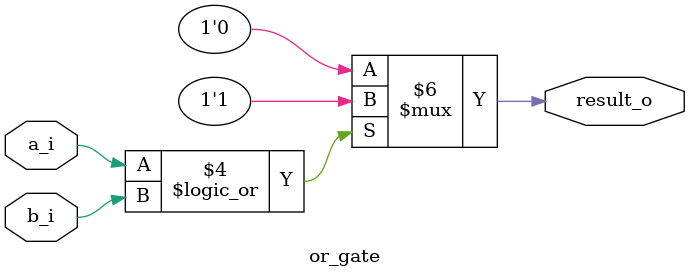
<source format=v>
module or_gate(
    input a_i,
    input b_i,
    output reg result_o
);

    // using built in operator:
    // assign result_o = a_i || b_i;
    always @(*) begin : or_logic
        if (a_i == 1'b1 || b_i == 1'b1)
            result_o = 1'b1;
        else
            result_o = 1'b0;
    end

endmodule

</source>
